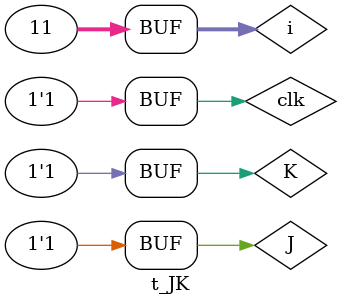
<source format=v>
`timescale 1ns/100ps
module t_JK;
reg J,K,clk;
wire Q;
JK jk(.J(J), .K(K), .clk(clk), .Q(Q));

initial begin
$dumpfile("gtkJK.vcd");
$dumpvars(1,t_JK);

J=0;
K=0;
#8
J=0;K=1;
#10
J=0;K=0;
#10
J=1;K=0;
#10
J=1;K=1;
#10
J=1;K=1;

end

integer i;
initial begin
clk=0;
for(i=0;i<=10;i++)            //There are totally 11 half cycles of the clock, 6 negative and 5 positive. Each half cycle lasts for 10s
#10 clk=~clk;

end
endmodule
</source>
